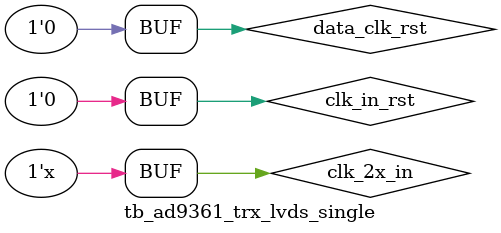
<source format=v>
`timescale 1ns / 1ps


module tb_ad9361_trx_lvds_single;

reg clk_2x_in = 'b0;
reg clk_in_rst = 'b0;
reg data_clk = 'b0;
reg data_clk_rst = 'b0;
reg [11:0] tx_data_i = 'b0;
reg [11:0] tx_data_q = 'b0;
wire [11:0] rx_data_i;
wire [11:0] rx_data_q;

wire clk_out_p;
wire clk_out_n;
wire tx_frame_p;
wire tx_frame_n;
wire [5:0] tx_data_p;
wire [5:0] tx_data_n;

ad9361_tx_map_lvds_single dut_tx
(
    .clk_2x_in      (clk_2x_in      ),
    .clk_in_rst     (clk_in_rst     ),

    .tx_data_clk    (data_clk       ),
    .tx_data_clk_rst(data_clk_rst   ),

    .tx_data_i      (tx_data_i      ),
    .tx_data_q      (tx_data_q      ),

    .clk_out_p      (clk_out_p      ),
    .clk_out_n      (clk_out_n      ),
    .tx_frame_p     (tx_frame_p     ),
    .tx_frame_n     (tx_frame_n     ),
    .tx_data_p      (tx_data_p      ),
    .tx_data_n      (tx_data_n      )
);

ad9361_rx_map_lvds_single dut_rx
(
    .clk_2x_in      (clk_2x_in      ),
    .clk_in_rst     (clk_in_rst     ),

    .rx_data_clk    (data_clk       ),
    .rx_data_clk_rst(data_clk_rst   ),

    .rx_fifo_rst    (1'b0           ),

    .rx_frame_p     (tx_frame_p     ),
    .rx_frame_n     (tx_frame_n     ),
    .rx_data_p      (tx_data_p      ),
    .rx_data_n      (tx_data_n      ),

    .rx_data_i      (rx_data_i      ),
    .rx_data_q      (rx_data_q      )
);

initial begin
    clk_in_rst = 1'b1;
    data_clk_rst = 1'b1;
    #102
    clk_in_rst = 'b0;
    #333
    data_clk_rst = 'b0;
end

always #20 clk_2x_in = ~clk_2x_in;

always @(posedge clk_2x_in) begin
    #7 data_clk <= ~data_clk;
end

always @(posedge data_clk) begin
    if (data_clk_rst) begin
        tx_data_i <= 'b0;
        tx_data_q <= 'b0;
    end
    else begin
        tx_data_i <= tx_data_i + 2'd1;
        tx_data_q <= tx_data_q + 2'd2;
    end
end

endmodule

</source>
